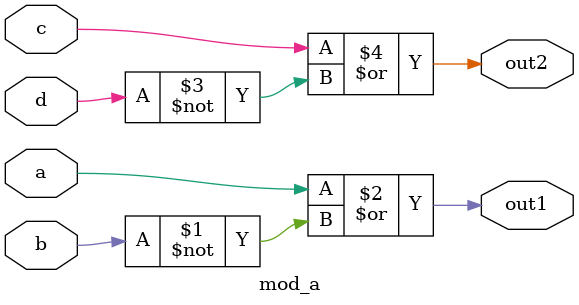
<source format=v>
module top_module (
    input a,
    input b,
    input c,
    input d,
    output out1,
    output out2
);
    mod_a u_mod_a (
        out1,
        out2,
        a,
        b,
        c,
        d
    );
endmodule

// below part is for only compile, not for HDLBits Site Answers.
module mod_a ( output out1, output out2, input a, input b, input c, input d  );

assign out1 = a | ~b;
assign out2 = c | ~d;

endmodule

</source>
